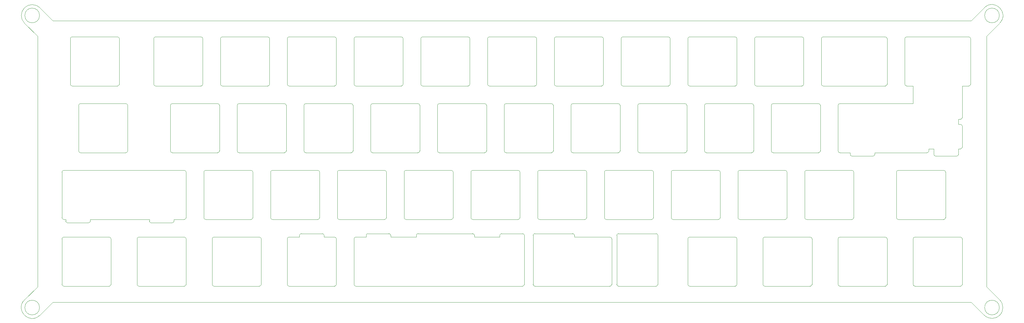
<source format=gbr>
%TF.GenerationSoftware,KiCad,Pcbnew,5.1.10-88a1d61d58~90~ubuntu20.04.1*%
%TF.CreationDate,2021-09-07T19:30:16-07:00*%
%TF.ProjectId,bkc40_plate,626b6334-305f-4706-9c61-74652e6b6963,rev?*%
%TF.SameCoordinates,Original*%
%TF.FileFunction,Profile,NP*%
%FSLAX46Y46*%
G04 Gerber Fmt 4.6, Leading zero omitted, Abs format (unit mm)*
G04 Created by KiCad (PCBNEW 5.1.10-88a1d61d58~90~ubuntu20.04.1) date 2021-09-07 19:30:16*
%MOMM*%
%LPD*%
G01*
G04 APERTURE LIST*
%TA.AperFunction,Profile*%
%ADD10C,0.050000*%
%TD*%
G04 APERTURE END LIST*
D10*
X-127943750Y-2524999D02*
X-110728125Y-2524999D01*
X-128443749Y-3025000D02*
G75*
G02*
X-127943750Y-2524999I500000J1D01*
G01*
X-128443750Y-16024999D02*
X-128443750Y-3024999D01*
X-127943749Y-16525000D02*
G75*
G02*
X-128443750Y-16024999I0J500001D01*
G01*
X-127356750Y-16524999D02*
X-127943750Y-16524999D01*
X-127356750Y-17025000D02*
X-127356750Y-16524999D01*
X-126856750Y-17525000D02*
G75*
G02*
X-127356750Y-17025000I0J500000D01*
G01*
X-120856750Y-17524999D02*
X-126856750Y-17525000D01*
X-120356750Y-17025001D02*
G75*
G02*
X-120856750Y-17524999I-499999J1D01*
G01*
X-120356750Y-16524999D02*
X-120356750Y-17025000D01*
X-103480750Y-16524999D02*
X-120356750Y-16524999D01*
X-103480750Y-17025000D02*
X-103480750Y-16524999D01*
X-102980750Y-17525000D02*
G75*
G02*
X-103480750Y-17025000I0J500000D01*
G01*
X-96980750Y-17525000D02*
X-102980750Y-17525000D01*
X-96480749Y-17024999D02*
G75*
G02*
X-96980750Y-17525000I-500001J0D01*
G01*
X-96480750Y-16524999D02*
X-96480750Y-17025000D01*
X-93512500Y-16524999D02*
X-96480750Y-16524999D01*
X-93012501Y-16025000D02*
G75*
G02*
X-93512500Y-16524999I-499999J0D01*
G01*
X-93012500Y-3024999D02*
X-93012500Y-16024999D01*
X-93512500Y-2524999D02*
G75*
G02*
X-93012500Y-3024999I0J-500000D01*
G01*
X-110728125Y-2524999D02*
X-93512500Y-2524999D01*
X64149999Y-35074998D02*
G75*
G02*
X63650000Y-35574999I-500000J-1D01*
G01*
X50650000Y-35574999D02*
X63650000Y-35574999D01*
X50650000Y-35574999D02*
G75*
G02*
X50150000Y-35074999I0J500000D01*
G01*
X50150000Y-22074999D02*
X50150000Y-35074999D01*
X50150000Y-22074998D02*
G75*
G02*
X50650000Y-21575000I499999J-1D01*
G01*
X63650000Y-21575000D02*
X50650000Y-21575000D01*
X63650000Y-21574999D02*
G75*
G02*
X64150000Y-22074999I0J-500000D01*
G01*
X64150000Y-35074999D02*
X64150000Y-22074999D01*
X41600000Y-35075000D02*
X41599999Y-21074999D01*
X41600000Y-35075000D02*
G75*
G02*
X41100000Y-35575000I-500000J0D01*
G01*
X30369250Y-35575000D02*
X41100000Y-35575000D01*
X30369251Y-35575000D02*
G75*
G02*
X29869249Y-35075000I-1J500001D01*
G01*
X29869249Y-21074999D02*
X29869249Y-35075000D01*
X29869249Y-21074999D02*
G75*
G02*
X30369250Y-20575000I500000J-1D01*
G01*
X41099999Y-20575000D02*
X30369250Y-20575000D01*
X41099998Y-20575000D02*
G75*
G02*
X41599999Y-21074999I1J-500000D01*
G01*
X-106512499Y-35574999D02*
X-93512499Y-35574999D01*
X-106512499Y-35574999D02*
G75*
G02*
X-107012499Y-35074999I0J500000D01*
G01*
X-107012499Y-22074999D02*
X-107012499Y-35074999D01*
X-107012499Y-22074999D02*
G75*
G02*
X-106512499Y-21574999I500000J0D01*
G01*
X-93512499Y-21574999D02*
X-106512499Y-21574999D01*
X-93512499Y-21574999D02*
G75*
G02*
X-93012499Y-22074999I0J-500000D01*
G01*
X-93012499Y-35074999D02*
X-93012499Y-22074999D01*
X-93012500Y-35074998D02*
G75*
G02*
X-93512499Y-35574999I-500000J-1D01*
G01*
X107012500Y-35074999D02*
X107012500Y-22074999D01*
X107012499Y-35074998D02*
G75*
G02*
X106512500Y-35574999I-500000J-1D01*
G01*
X93512500Y-35574999D02*
X106512500Y-35574999D01*
X93512500Y-35574999D02*
G75*
G02*
X93012500Y-35074999I0J500000D01*
G01*
X93012500Y-22074999D02*
X93012500Y-35074999D01*
X93012499Y-22074998D02*
G75*
G02*
X93512500Y-21574999I500000J-1D01*
G01*
X106512500Y-21574999D02*
X93512500Y-21574999D01*
X106512500Y-21574999D02*
G75*
G02*
X107012500Y-22074999I0J-500000D01*
G01*
X127356750Y12050000D02*
X127943750Y12049999D01*
X127356750Y10612000D02*
X127356750Y12050000D01*
X127943750Y10612000D02*
X127356750Y10612000D01*
X127943750Y10612000D02*
G75*
G02*
X128443750Y10112000I0J-500000D01*
G01*
X128443750Y4112000D02*
X128443750Y10112000D01*
X128443750Y4112001D02*
G75*
G02*
X127943750Y3611999I-500001J-1D01*
G01*
X127356750Y3612000D02*
X127943750Y3611999D01*
X127356750Y2024999D02*
X127356750Y3612000D01*
X127356749Y2025000D02*
G75*
G02*
X126856750Y1524999I-500000J-1D01*
G01*
X120856750Y1524999D02*
X126856750Y1524999D01*
X120856751Y1525000D02*
G75*
G02*
X120356750Y2024999I-1J500000D01*
G01*
X120356750Y3612000D02*
X120356750Y2024999D01*
X118918750Y3612000D02*
X120356750Y3612000D01*
X118918750Y3024999D02*
X118918750Y3612000D01*
X118918749Y3024999D02*
G75*
G02*
X118418750Y2525000I-499999J0D01*
G01*
X103480750Y2524999D02*
X118418750Y2525000D01*
X103480750Y2024999D02*
X103480750Y2524999D01*
X103480749Y2024999D02*
G75*
G02*
X102980750Y1525000I-499999J0D01*
G01*
X96980750Y1524999D02*
X102980750Y1525000D01*
X96980751Y1525000D02*
G75*
G02*
X96480750Y2024999I-1J500000D01*
G01*
X96480750Y2524999D02*
X96480750Y2024999D01*
X93512500Y2524999D02*
X96480750Y2524999D01*
X93512501Y2525000D02*
G75*
G02*
X93012500Y3024999I-1J500000D01*
G01*
X93012500Y16024999D02*
X93012500Y3024999D01*
X93012500Y16024999D02*
G75*
G02*
X93512500Y16524999I500000J0D01*
G01*
X114443750Y16524999D02*
X93512500Y16524999D01*
X114443750Y21575000D02*
X114443750Y16524999D01*
X112562500Y21575000D02*
X114443750Y21575000D01*
X112562500Y21575000D02*
G75*
G02*
X112062500Y22075000I0J500000D01*
G01*
X112062500Y35075000D02*
X112062500Y22075000D01*
X112062500Y35075000D02*
G75*
G02*
X112562500Y35575000I500000J0D01*
G01*
X130324999Y35575000D02*
X112562500Y35575000D01*
X130324999Y35575000D02*
G75*
G02*
X130824999Y35075000I0J-500000D01*
G01*
X130824999Y22075000D02*
X130824999Y35075000D01*
X130824999Y22074998D02*
G75*
G02*
X130324999Y21575000I-499999J1D01*
G01*
X128443750Y21575000D02*
X130324999Y21575000D01*
X128443750Y12550000D02*
X128443750Y21575000D01*
X128443749Y12550000D02*
G75*
G02*
X127943750Y12049999I-500000J-1D01*
G01*
X107012500Y22075000D02*
X107012500Y35075000D01*
X107012499Y22074999D02*
G75*
G02*
X106512500Y21575000I-499999J0D01*
G01*
X88750000Y21575000D02*
X106512500Y21575000D01*
X88750000Y21575000D02*
G75*
G02*
X88250000Y22075000I0J500000D01*
G01*
X88250000Y35075000D02*
X88250000Y22075000D01*
X88249999Y35075001D02*
G75*
G02*
X88750000Y35575000I500000J-1D01*
G01*
X106512500Y35575000D02*
X88750000Y35575000D01*
X106512500Y35575000D02*
G75*
G02*
X107012500Y35075000I0J-500000D01*
G01*
X27931250Y-21575000D02*
X17787499Y-21575000D01*
X27931250Y-21575000D02*
G75*
G02*
X28431250Y-22075000I0J-500000D01*
G01*
X28431250Y-35075000D02*
X28431250Y-22075000D01*
X28431250Y-35075000D02*
G75*
G02*
X27931250Y-35575000I-500000J0D01*
G01*
X6493250Y-35575000D02*
X27931250Y-35575000D01*
X6493251Y-35574999D02*
G75*
G02*
X5993250Y-35075000I-1J500000D01*
G01*
X5993250Y-21074999D02*
X5993250Y-35075000D01*
X5993251Y-21074999D02*
G75*
G02*
X6493250Y-20575000I499999J0D01*
G01*
X17287499Y-20575000D02*
X6493250Y-20575000D01*
X17287499Y-20574999D02*
G75*
G02*
X17787499Y-21074999I0J-500000D01*
G01*
X17787499Y-21575000D02*
X17787499Y-21074999D01*
X139130924Y-39496862D02*
X135400000Y-35765937D01*
X134746862Y43880924D02*
G75*
G02*
X139130924Y39496862I2192031J-2192031D01*
G01*
X134746862Y43880924D02*
X131015937Y40150000D01*
X-134746862Y-43880924D02*
X-131015937Y-40150000D01*
X135400000Y-35765937D02*
X135400000Y35765937D01*
X-131015937Y40150000D02*
X-134746862Y43880924D01*
X-134746862Y-43880924D02*
G75*
G02*
X-139130924Y-39496862I-2192031J2192031D01*
G01*
X139130924Y-39496862D02*
G75*
G02*
X134746862Y-43880924I-2192031J-2192031D01*
G01*
X-135400000Y-35765937D02*
X-139130924Y-39496862D01*
X-63649998Y-35574999D02*
G75*
G02*
X-64149999Y-35075000I-1J500000D01*
G01*
X-64149999Y-22075000D02*
X-64149999Y-35075000D01*
X-64150000Y-22074999D02*
G75*
G02*
X-63649999Y-21575000I500000J-1D01*
G01*
X-60649999Y-21575000D02*
X-63649999Y-21575000D01*
X-60649999Y-21074999D02*
X-60649999Y-21575000D01*
X-60649999Y-21074999D02*
G75*
G02*
X-60150000Y-20575000I499999J0D01*
G01*
X-54149999Y-20575000D02*
X-60150000Y-20575000D01*
X-54149999Y-20575000D02*
G75*
G02*
X-53650000Y-21074999I0J-499999D01*
G01*
X-53649999Y-21575000D02*
X-53650000Y-21074999D01*
X-50649999Y-21575000D02*
X-53649999Y-21575000D01*
X-50649998Y-21574999D02*
G75*
G02*
X-50149999Y-22075000I-1J-500000D01*
G01*
X-50150000Y-35075000D02*
X-50149999Y-22075000D01*
X-50149999Y-35075000D02*
G75*
G02*
X-50649999Y-35575000I-500000J0D01*
G01*
X-63649999Y-35575000D02*
X-50649999Y-35575000D01*
X-11255749Y-20575000D02*
X-26812500Y-20575000D01*
X-11255749Y-20574999D02*
G75*
G02*
X-10755749Y-21074999I0J-500000D01*
G01*
X-10755749Y-21575000D02*
X-10755749Y-21074999D01*
X-3500000Y-21575000D02*
X-10755749Y-21575000D01*
X-3500000Y-21074999D02*
X-3500000Y-21575000D01*
X-3499999Y-21074999D02*
G75*
G02*
X-3000000Y-20575000I499999J0D01*
G01*
X3000000Y-20575000D02*
X-3000000Y-20575000D01*
X3000000Y-20575000D02*
G75*
G02*
X3499999Y-21074999I0J-499999D01*
G01*
X3500000Y-35075000D02*
X3499999Y-21074999D01*
X3500000Y-35075000D02*
G75*
G02*
X3000000Y-35575000I-500000J0D01*
G01*
X-44599999Y-35575000D02*
X3000000Y-35575000D01*
X-44599999Y-35575000D02*
G75*
G02*
X-45099999Y-35075000I0J500000D01*
G01*
X-45099999Y-22075000D02*
X-45099999Y-35075000D01*
X-45099999Y-22075000D02*
G75*
G02*
X-44599999Y-21575000I500000J0D01*
G01*
X-41631749Y-21575000D02*
X-44599999Y-21575000D01*
X-41631749Y-21074999D02*
X-41631749Y-21575000D01*
X-41631749Y-21075001D02*
G75*
G02*
X-41131750Y-20575000I500000J1D01*
G01*
X-35131750Y-20575000D02*
X-41131750Y-20575000D01*
X-35131750Y-20574999D02*
G75*
G02*
X-34631750Y-21074999I0J-500000D01*
G01*
X-34631750Y-21575000D02*
X-34631750Y-21074999D01*
X-27312500Y-21575000D02*
X-34631750Y-21575000D01*
X-27312500Y-21074999D02*
X-27312500Y-21575000D01*
X-27312499Y-21074999D02*
G75*
G02*
X-26812500Y-20575000I499999J0D01*
G01*
X131015937Y-40150000D02*
X134746862Y-43880924D01*
X-139130924Y39496862D02*
G75*
G02*
X-134746862Y43880924I2192031J2192031D01*
G01*
X135400000Y35765937D02*
X139130924Y39496862D01*
X-131015937Y-40150000D02*
X131015937Y-40150000D01*
X131015937Y40150000D02*
X-131015937Y40150000D01*
X-135400000Y35765937D02*
X-135400000Y-35765937D01*
X-31600000Y35575000D02*
X-44599999Y35575000D01*
X-31600000Y35575000D02*
G75*
G02*
X-31100000Y35075000I0J-500000D01*
G01*
X-31099999Y22075000D02*
X-31100000Y35075000D01*
X-31099999Y22074999D02*
G75*
G02*
X-31600000Y21575000I-500000J1D01*
G01*
X-44599999Y21575000D02*
X-31600000Y21575000D01*
X-44599999Y21575000D02*
G75*
G02*
X-45099999Y22075000I0J500000D01*
G01*
X-45099999Y35075000D02*
X-45099999Y22075000D01*
X-45100000Y35075001D02*
G75*
G02*
X-44599999Y35575000I500000J-1D01*
G01*
X12550000Y21575000D02*
G75*
G02*
X12050000Y22075000I0J500000D01*
G01*
X25550000Y21575000D02*
X12550000Y21575000D01*
X26050000Y22075000D02*
G75*
G02*
X25550000Y21575000I-500000J0D01*
G01*
X26050000Y35075000D02*
X26050000Y22075000D01*
X25549999Y35575001D02*
G75*
G02*
X26050000Y35075000I0J-500001D01*
G01*
X12550000Y35575000D02*
X25550000Y35575000D01*
X12049999Y35075001D02*
G75*
G02*
X12550000Y35575000I500000J-1D01*
G01*
X12050000Y22075000D02*
X12050000Y35075000D01*
X-139130924Y39496862D02*
X-135400000Y35765937D01*
X-83200000Y22075000D02*
X-83199999Y35075000D01*
X-82699999Y21574999D02*
G75*
G02*
X-83200000Y22075000I0J500001D01*
G01*
X-69699999Y21575000D02*
X-82699999Y21575000D01*
X-69199999Y22075000D02*
G75*
G02*
X-69699999Y21575000I-500000J0D01*
G01*
X-69199999Y35075000D02*
X-69199999Y22075000D01*
X-69700000Y35575001D02*
G75*
G02*
X-69199999Y35075000I0J-500001D01*
G01*
X-82699999Y35575000D02*
X-69699999Y35575000D01*
X-83199999Y35075000D02*
G75*
G02*
X-82699999Y35575000I500000J0D01*
G01*
X64937500Y-16524999D02*
X77937500Y-16524999D01*
X64937500Y-16524999D02*
G75*
G02*
X64437500Y-16024999I0J500000D01*
G01*
X64437500Y-3024999D02*
X64437500Y-16024999D01*
X64437500Y-3024999D02*
G75*
G02*
X64937500Y-2524999I500000J0D01*
G01*
X77937500Y-2524999D02*
X64937500Y-2524999D01*
X77937500Y-2524999D02*
G75*
G02*
X78437500Y-3024999I0J-500000D01*
G01*
X78437500Y-16024999D02*
X78437500Y-3024999D01*
X78437500Y-16024999D02*
G75*
G02*
X77937500Y-16524999I-500000J0D01*
G01*
X-25550000Y21575000D02*
G75*
G02*
X-26050000Y22075000I0J500000D01*
G01*
X-26050000Y35075000D02*
X-26050000Y22075000D01*
X-26050000Y35075000D02*
G75*
G02*
X-25550000Y35575000I500000J0D01*
G01*
X-12550000Y35575000D02*
X-25550000Y35575000D01*
X-12550000Y35575000D02*
G75*
G02*
X-12050000Y35075000I0J-500000D01*
G01*
X-12050000Y22075000D02*
X-12050000Y35075000D01*
X-12050000Y22075000D02*
G75*
G02*
X-12550000Y21575000I-500000J0D01*
G01*
X-25550000Y21575000D02*
X-12550000Y21575000D01*
X20787499Y-2524998D02*
G75*
G02*
X21287500Y-3024999I0J-500001D01*
G01*
X21287500Y-16024999D02*
X21287500Y-3024999D01*
X21287500Y-16025000D02*
G75*
G02*
X20787499Y-16524999I-500000J1D01*
G01*
X7787499Y-16524999D02*
X20787499Y-16524999D01*
X7787499Y-16524999D02*
G75*
G02*
X7287499Y-16024999I0J500000D01*
G01*
X7287499Y-3024999D02*
X7287499Y-16024999D01*
X7287499Y-3024999D02*
G75*
G02*
X7787499Y-2524999I500000J0D01*
G01*
X20787499Y-2524999D02*
X7787499Y-2524999D01*
X6999999Y22075000D02*
X7000000Y35075000D01*
X7000000Y22074999D02*
G75*
G02*
X6499999Y21575000I-500000J1D01*
G01*
X-6499999Y21575000D02*
X6499999Y21575000D01*
X-6500000Y21575000D02*
G75*
G02*
X-7000000Y22075000I0J500000D01*
G01*
X-7000000Y35075000D02*
X-7000000Y22075000D01*
X-7000000Y35075000D02*
G75*
G02*
X-6500000Y35575000I500000J0D01*
G01*
X6499999Y35575000D02*
X-6500000Y35575000D01*
X6499999Y35575001D02*
G75*
G02*
X7000000Y35075000I0J-500001D01*
G01*
X-50150000Y22074999D02*
G75*
G02*
X-50649999Y21575000I-499999J0D01*
G01*
X-63649999Y21575000D02*
X-50649999Y21575000D01*
X-63649999Y21575000D02*
G75*
G02*
X-64149999Y22075000I0J500000D01*
G01*
X-64149999Y35075000D02*
X-64149999Y22075000D01*
X-64149999Y35075000D02*
G75*
G02*
X-63649999Y35575000I500000J0D01*
G01*
X-50649999Y35575000D02*
X-63649999Y35575000D01*
X-50650000Y35575000D02*
G75*
G02*
X-50150000Y35075000I0J-500000D01*
G01*
X-50150000Y22075000D02*
X-50150000Y35075000D01*
X-88749999Y35574999D02*
G75*
G02*
X-88250000Y35075000I0J-499999D01*
G01*
X-101750000Y35575000D02*
X-88750000Y35575000D01*
X-102250000Y35075000D02*
G75*
G02*
X-101750000Y35575000I500000J0D01*
G01*
X-102250000Y22075000D02*
X-102250000Y35075000D01*
X-101750001Y21574999D02*
G75*
G02*
X-102250000Y22075000I1J500000D01*
G01*
X-88750000Y21575000D02*
X-101750000Y21575000D01*
X-88250000Y22075000D02*
G75*
G02*
X-88750000Y21575000I-500000J0D01*
G01*
X-88250000Y35075000D02*
X-88250000Y22075000D01*
X59387500Y-3024999D02*
X59387500Y-16024999D01*
X58887500Y-2524999D02*
G75*
G02*
X59387500Y-3024999I0J-500000D01*
G01*
X45887500Y-2524999D02*
X58887500Y-2524999D01*
X45387499Y-3024998D02*
G75*
G02*
X45887500Y-2524999I500000J-1D01*
G01*
X45387500Y-16024999D02*
X45387500Y-3024999D01*
X45887500Y-16524999D02*
G75*
G02*
X45387500Y-16024999I0J500000D01*
G01*
X58887500Y-16524999D02*
X45887499Y-16524999D01*
X59387500Y-16024999D02*
G75*
G02*
X58887500Y-16524999I-500000J0D01*
G01*
X97487500Y-16024999D02*
X97487500Y-3024999D01*
X97487500Y-16024999D02*
G75*
G02*
X96987500Y-16524999I-500000J0D01*
G01*
X83987500Y-16524999D02*
X96987500Y-16524999D01*
X83987500Y-16524999D02*
G75*
G02*
X83487500Y-16024999I0J500000D01*
G01*
X83487500Y-3024999D02*
X83487500Y-16024999D01*
X83487500Y-3024999D02*
G75*
G02*
X83987500Y-2524999I500000J0D01*
G01*
X96987500Y-2524999D02*
X83987500Y-2524999D01*
X96987500Y-2524999D02*
G75*
G02*
X97487500Y-3024999I0J-500000D01*
G01*
X39837500Y-16524999D02*
X26837500Y-16524999D01*
X40337500Y-16024999D02*
G75*
G02*
X39837500Y-16524999I-500000J0D01*
G01*
X40337500Y-3024999D02*
X40337500Y-16024999D01*
X39837500Y-2524999D02*
G75*
G02*
X40337500Y-3024999I0J-500000D01*
G01*
X26837500Y-2524999D02*
X39837500Y-2524999D01*
X26337500Y-3024999D02*
G75*
G02*
X26837500Y-2524999I500000J0D01*
G01*
X26337500Y-16024999D02*
X26337500Y-3024999D01*
X26837500Y-16524999D02*
G75*
G02*
X26337500Y-16024999I0J500000D01*
G01*
X-114443750Y-35074999D02*
G75*
G02*
X-114943750Y-35574999I-500000J0D01*
G01*
X-127943750Y-35575000D02*
X-114943750Y-35574999D01*
X-127943750Y-35575001D02*
G75*
G02*
X-128443750Y-35074999I1J500001D01*
G01*
X-128443750Y-22074999D02*
X-128443750Y-35074999D01*
X-128443749Y-22075000D02*
G75*
G02*
X-127943750Y-21574999I500000J1D01*
G01*
X-114943750Y-21574999D02*
X-127943750Y-21574999D01*
X-114943750Y-21574999D02*
G75*
G02*
X-114443750Y-22074999I0J-500000D01*
G01*
X-114443750Y-35074999D02*
X-114443750Y-22074999D01*
X-49862499Y-3025000D02*
G75*
G02*
X-49362500Y-2524999I500000J1D01*
G01*
X-49862500Y-16024999D02*
X-49862500Y-3024999D01*
X-49362500Y-16524999D02*
G75*
G02*
X-49862500Y-16024999I0J500000D01*
G01*
X-36362500Y-16524999D02*
X-49362500Y-16524999D01*
X-35862500Y-16024999D02*
G75*
G02*
X-36362500Y-16524999I-500000J0D01*
G01*
X-35862500Y-3024999D02*
X-35862500Y-16024999D01*
X-36362499Y-2525000D02*
G75*
G02*
X-35862500Y-3024999I0J-499999D01*
G01*
X-49362500Y-2524999D02*
X-36362500Y-2524999D01*
X1737500Y-16524999D02*
X-11262499Y-16524999D01*
X2237500Y-16024999D02*
G75*
G02*
X1737500Y-16524999I-500000J0D01*
G01*
X2237500Y-3024999D02*
X2237500Y-16024999D01*
X1737500Y-2524999D02*
G75*
G02*
X2237500Y-3024999I0J-500000D01*
G01*
X-11262499Y-2524999D02*
X1737500Y-2524999D01*
X-11762500Y-3024998D02*
G75*
G02*
X-11262499Y-2524999I500000J-1D01*
G01*
X-11762499Y-16024999D02*
X-11762499Y-3024999D01*
X-11262499Y-16524999D02*
G75*
G02*
X-11762499Y-16024999I0J500000D01*
G01*
X-30812500Y-3024999D02*
G75*
G02*
X-30312500Y-2524999I500000J0D01*
G01*
X-17312500Y-2524999D02*
X-30312500Y-2524999D01*
X-17312500Y-2524999D02*
G75*
G02*
X-16812500Y-3024999I0J-500000D01*
G01*
X-16812500Y-16024999D02*
X-16812500Y-3024999D01*
X-16812500Y-16024999D02*
G75*
G02*
X-17312500Y-16524999I-500000J0D01*
G01*
X-30312500Y-16524999D02*
X-17312500Y-16524999D01*
X-30312500Y-16524999D02*
G75*
G02*
X-30812500Y-16024999I0J500000D01*
G01*
X-30812500Y-3024999D02*
X-30812500Y-16024999D01*
X87962500Y3025000D02*
X87962500Y16025000D01*
X87962499Y3025001D02*
G75*
G02*
X87462500Y2525000I-500000J-1D01*
G01*
X74462500Y2525000D02*
X87462500Y2525000D01*
X74462500Y2525000D02*
G75*
G02*
X73962500Y3025000I0J500000D01*
G01*
X73962500Y16025000D02*
X73962500Y3025000D01*
X73962499Y16025001D02*
G75*
G02*
X74462500Y16525000I500000J-1D01*
G01*
X87462500Y16525000D02*
X74462500Y16525000D01*
X87462499Y16525001D02*
G75*
G02*
X87962500Y16025000I0J-500001D01*
G01*
X-72081251Y-21575000D02*
G75*
G02*
X-71581250Y-22074999I1J-500000D01*
G01*
X-71581250Y-35074999D02*
X-71581250Y-22074999D01*
X-71581250Y-35074998D02*
G75*
G02*
X-72081249Y-35574999I-500000J-1D01*
G01*
X-85081249Y-35574999D02*
X-72081249Y-35574999D01*
X-85081250Y-35574999D02*
G75*
G02*
X-85581250Y-35074999I0J500000D01*
G01*
X-85581249Y-22074999D02*
X-85581250Y-35074999D01*
X-85581249Y-22075000D02*
G75*
G02*
X-85081249Y-21575000I500000J0D01*
G01*
X-72081249Y-21574999D02*
X-85081249Y-21575000D01*
X123181249Y-2524998D02*
G75*
G02*
X123681250Y-3024999I0J-500001D01*
G01*
X123681250Y-16024999D02*
X123681250Y-3024999D01*
X123681249Y-16024998D02*
G75*
G02*
X123181250Y-16524999I-500000J-1D01*
G01*
X110181250Y-16524999D02*
X123181250Y-16524999D01*
X110181249Y-16524998D02*
G75*
G02*
X109681250Y-16024999I0J499999D01*
G01*
X109681250Y-3024999D02*
X109681250Y-16024999D01*
X109681249Y-3024998D02*
G75*
G02*
X110181250Y-2524999I500000J-1D01*
G01*
X123181250Y-2524999D02*
X110181250Y-2524999D01*
X44599999Y35575000D02*
G75*
G02*
X45099999Y35075000I0J-500000D01*
G01*
X45099999Y22075000D02*
X45099999Y35075000D01*
X45099999Y22075000D02*
G75*
G02*
X44599999Y21575000I-500000J0D01*
G01*
X31600000Y21575000D02*
X44599999Y21575000D01*
X31600000Y21575000D02*
G75*
G02*
X31100000Y22075000I0J500000D01*
G01*
X31099999Y35075000D02*
X31100000Y22075000D01*
X31100000Y35075000D02*
G75*
G02*
X31600000Y35575000I500000J0D01*
G01*
X44599999Y35575000D02*
X31600000Y35575000D01*
X16812500Y16025000D02*
G75*
G02*
X17312500Y16525000I500000J0D01*
G01*
X30312500Y16524999D02*
X17312500Y16525000D01*
X30312499Y16524999D02*
G75*
G02*
X30812500Y16025000I1J-500000D01*
G01*
X30812500Y3025000D02*
X30812500Y16025000D01*
X30812500Y3025000D02*
G75*
G02*
X30312500Y2525000I-500000J0D01*
G01*
X17312500Y2525000D02*
X30312500Y2525000D01*
X17312500Y2525000D02*
G75*
G02*
X16812500Y3025000I0J500000D01*
G01*
X16812500Y16025000D02*
X16812500Y3025000D01*
X69700000Y21575000D02*
G75*
G02*
X69200000Y22075000I0J500000D01*
G01*
X69200000Y35075000D02*
X69200000Y22075000D01*
X69200000Y35075000D02*
G75*
G02*
X69700000Y35575000I500000J0D01*
G01*
X82700000Y35575000D02*
X69700000Y35575000D01*
X82699999Y35575001D02*
G75*
G02*
X83200000Y35075000I0J-500001D01*
G01*
X83200000Y22075000D02*
X83200000Y35075000D01*
X83199999Y22075001D02*
G75*
G02*
X82700000Y21575000I-500000J-1D01*
G01*
X69700000Y21575000D02*
X82700000Y21575000D01*
X-64937499Y16525000D02*
G75*
G02*
X-64437500Y16024999I-1J-500000D01*
G01*
X-77937500Y16524999D02*
X-64937500Y16525000D01*
X-78437499Y16024998D02*
G75*
G02*
X-77937500Y16524999I500000J1D01*
G01*
X-78437500Y3025000D02*
X-78437500Y16024999D01*
X-77937500Y2525000D02*
G75*
G02*
X-78437500Y3025000I0J500000D01*
G01*
X-64937500Y2525000D02*
X-77937500Y2525000D01*
X-64437500Y3024998D02*
G75*
G02*
X-64937500Y2525000I-499999J1D01*
G01*
X-64437500Y16024999D02*
X-64437500Y3025000D01*
X-97487500Y16024999D02*
X-97487500Y3025000D01*
X-97487500Y16024999D02*
G75*
G02*
X-96987500Y16524999I500000J0D01*
G01*
X-83987499Y16524999D02*
X-96987500Y16524999D01*
X-83987500Y16524999D02*
G75*
G02*
X-83487500Y16024999I0J-500000D01*
G01*
X-83487500Y3025000D02*
X-83487500Y16024999D01*
X-83487501Y3025000D02*
G75*
G02*
X-83987499Y2525000I-499999J-1D01*
G01*
X-96987500Y2525000D02*
X-83987499Y2525000D01*
X-96987500Y2525000D02*
G75*
G02*
X-97487500Y3025000I0J500000D01*
G01*
X-20787499Y2524999D02*
G75*
G02*
X-21287500Y3025000I0J500001D01*
G01*
X-7787499Y2525000D02*
X-20787499Y2525000D01*
X-7287499Y3025000D02*
G75*
G02*
X-7787499Y2525000I-500000J0D01*
G01*
X-7287499Y16025000D02*
X-7287499Y3025000D01*
X-7787499Y16525000D02*
G75*
G02*
X-7287499Y16025000I0J-500000D01*
G01*
X-20787499Y16525000D02*
X-7787499Y16525000D01*
X-21287500Y16025001D02*
G75*
G02*
X-20787499Y16525000I500000J-1D01*
G01*
X-21287500Y3025000D02*
X-21287500Y16025000D01*
X-26837499Y16525000D02*
G75*
G02*
X-26337499Y16025000I0J-500000D01*
G01*
X-39837499Y16524999D02*
X-26837499Y16525000D01*
X-40337499Y16025001D02*
G75*
G02*
X-39837499Y16524999I499999J-1D01*
G01*
X-40337499Y3025000D02*
X-40337499Y16024999D01*
X-39837500Y2525001D02*
G75*
G02*
X-40337499Y3025000I0J499999D01*
G01*
X-26837500Y2525000D02*
X-39837499Y2525000D01*
X-26337500Y3025000D02*
G75*
G02*
X-26837500Y2525000I-500000J0D01*
G01*
X-26337499Y16025000D02*
X-26337500Y3025000D01*
X68412500Y2525000D02*
X55412499Y2525000D01*
X68912499Y3025001D02*
G75*
G02*
X68412500Y2525000I-500000J-1D01*
G01*
X68912500Y16025000D02*
X68912500Y3025000D01*
X68412500Y16525000D02*
G75*
G02*
X68912500Y16025000I0J-500000D01*
G01*
X55412499Y16525000D02*
X68412500Y16525000D01*
X54912499Y16025000D02*
G75*
G02*
X55412499Y16525000I500000J0D01*
G01*
X54912500Y3025000D02*
X54912500Y16025000D01*
X55412500Y2525000D02*
G75*
G02*
X54912500Y3025000I0J500000D01*
G01*
X-125562500Y35575000D02*
X-112562500Y35575000D01*
X-126062500Y35074998D02*
G75*
G02*
X-125562500Y35575000I500001J1D01*
G01*
X-126062500Y22075000D02*
X-126062500Y35075000D01*
X-125562499Y21574999D02*
G75*
G02*
X-126062500Y22075000I0J500001D01*
G01*
X-112562500Y21575000D02*
X-125562500Y21575000D01*
X-112062499Y22074999D02*
G75*
G02*
X-112562500Y21575000I-500000J1D01*
G01*
X-112062500Y35075000D02*
X-112062500Y22075000D01*
X-112562499Y35574999D02*
G75*
G02*
X-112062500Y35075000I0J-499999D01*
G01*
X-59387499Y3025000D02*
X-59387499Y16024999D01*
X-58887499Y2525000D02*
G75*
G02*
X-59387499Y3025000I0J500000D01*
G01*
X-45887499Y2525000D02*
X-58887499Y2525000D01*
X-45387499Y3025000D02*
G75*
G02*
X-45887499Y2525000I-500000J0D01*
G01*
X-45387500Y16024999D02*
X-45387500Y3025000D01*
X-45887499Y16525000D02*
G75*
G02*
X-45387500Y16024999I-1J-500000D01*
G01*
X-58887499Y16524999D02*
X-45887499Y16525000D01*
X-59387499Y16024999D02*
G75*
G02*
X-58887499Y16524999I500000J0D01*
G01*
X139038893Y-41688893D02*
G75*
G03*
X139038893Y-41688893I-2100000J0D01*
G01*
X85581250Y-35074999D02*
X85581250Y-22074999D01*
X85581250Y-35074999D02*
G75*
G02*
X85081250Y-35574999I-500000J0D01*
G01*
X72081250Y-35574999D02*
X85081250Y-35574999D01*
X72081250Y-35574999D02*
G75*
G02*
X71581250Y-35074999I0J500000D01*
G01*
X71581250Y-22074999D02*
X71581250Y-35074999D01*
X71581249Y-22074998D02*
G75*
G02*
X72081250Y-21574999I500000J-1D01*
G01*
X85081250Y-21574999D02*
X72081250Y-21574999D01*
X85081250Y-21574999D02*
G75*
G02*
X85581250Y-22074999I0J-500000D01*
G01*
X139038893Y41688893D02*
G75*
G03*
X139038893Y41688893I-2100000J0D01*
G01*
X36362500Y2525000D02*
G75*
G02*
X35862500Y3025000I0J500000D01*
G01*
X49362500Y2525000D02*
X36362500Y2525000D01*
X49862500Y3025000D02*
G75*
G02*
X49362500Y2525000I-500000J0D01*
G01*
X49862500Y16025000D02*
X49862500Y3025000D01*
X49362500Y16525000D02*
G75*
G02*
X49862500Y16025000I0J-500000D01*
G01*
X36362500Y16525000D02*
X49362500Y16525000D01*
X35862500Y16025000D02*
G75*
G02*
X36362500Y16525000I500000J0D01*
G01*
X35862500Y3025000D02*
X35862500Y16025000D01*
X-134838893Y41688893D02*
G75*
G03*
X-134838893Y41688893I-2100000J0D01*
G01*
X11262500Y2525000D02*
X-1737499Y2525000D01*
X11762500Y3025000D02*
G75*
G02*
X11262500Y2525000I-500000J0D01*
G01*
X11762500Y16025000D02*
X11762500Y3025000D01*
X11262500Y16525000D02*
G75*
G02*
X11762500Y16025000I0J-500000D01*
G01*
X-1737499Y16525000D02*
X11262500Y16525000D01*
X-2237499Y16025000D02*
G75*
G02*
X-1737499Y16525000I500000J0D01*
G01*
X-2237499Y3025000D02*
X-2237499Y16025000D01*
X-1737499Y2525000D02*
G75*
G02*
X-2237499Y3025000I0J500000D01*
G01*
X-73962499Y-16024999D02*
G75*
G02*
X-74462499Y-16524999I-500000J0D01*
G01*
X-73962499Y-3024999D02*
X-73962499Y-16024999D01*
X-74462499Y-2524999D02*
G75*
G02*
X-73962499Y-3024999I0J-500000D01*
G01*
X-87462499Y-2524999D02*
X-74462499Y-2524999D01*
X-87962499Y-3024999D02*
G75*
G02*
X-87462499Y-2524999I500000J0D01*
G01*
X-87962499Y-16024999D02*
X-87962499Y-3024999D01*
X-87462499Y-16524999D02*
G75*
G02*
X-87962499Y-16024999I0J500000D01*
G01*
X-74462499Y-16524999D02*
X-87462499Y-16524999D01*
X50650000Y35575000D02*
X63650000Y35575000D01*
X50149999Y35075001D02*
G75*
G02*
X50650000Y35575000I500000J-1D01*
G01*
X50150000Y22075000D02*
X50150000Y35075000D01*
X50650000Y21575000D02*
G75*
G02*
X50150000Y22075000I0J500000D01*
G01*
X63650000Y21575000D02*
X50650000Y21575000D01*
X64150000Y22075000D02*
G75*
G02*
X63650000Y21575000I-500000J0D01*
G01*
X64150000Y35075000D02*
X64150000Y22075000D01*
X63649999Y35575001D02*
G75*
G02*
X64150000Y35075000I0J-500001D01*
G01*
X-54912500Y-3024999D02*
X-54912500Y-16024999D01*
X-55412499Y-2525000D02*
G75*
G02*
X-54912500Y-3024999I0J-499999D01*
G01*
X-68412500Y-2524999D02*
X-55412499Y-2524999D01*
X-68912499Y-3025000D02*
G75*
G02*
X-68412500Y-2524999I500000J1D01*
G01*
X-68912500Y-16024999D02*
X-68912500Y-3024999D01*
X-68412500Y-16524999D02*
G75*
G02*
X-68912500Y-16024999I0J500000D01*
G01*
X-55412499Y-16524999D02*
X-68412500Y-16524999D01*
X-54912500Y-16025000D02*
G75*
G02*
X-55412499Y-16524999I-499999J0D01*
G01*
X-123181250Y16524999D02*
X-110181250Y16524999D01*
X-123681249Y16024998D02*
G75*
G02*
X-123181250Y16524999I500000J1D01*
G01*
X-123681250Y3025000D02*
X-123681250Y16024999D01*
X-123181251Y2524999D02*
G75*
G02*
X-123681250Y3025000I1J500000D01*
G01*
X-110181250Y2525000D02*
X-123181250Y2525000D01*
X-109681250Y3024998D02*
G75*
G02*
X-110181250Y2525000I-499999J1D01*
G01*
X-109681250Y16024999D02*
X-109681250Y3025000D01*
X-110181248Y16524999D02*
G75*
G02*
X-109681250Y16024999I-1J-499999D01*
G01*
X-134838893Y-41688893D02*
G75*
G03*
X-134838893Y-41688893I-2100000J0D01*
G01*
X114943750Y-35574999D02*
G75*
G02*
X114443750Y-35074999I0J500000D01*
G01*
X127943750Y-35574999D02*
X114943750Y-35574999D01*
X128443748Y-35074999D02*
G75*
G02*
X127943750Y-35574999I-499999J-1D01*
G01*
X128443750Y-22074999D02*
X128443749Y-35074999D01*
X127943749Y-21574998D02*
G75*
G02*
X128443750Y-22074999I0J-500001D01*
G01*
X114943750Y-21574999D02*
X127943750Y-21574999D01*
X114443749Y-22074998D02*
G75*
G02*
X114943750Y-21574999I500000J-1D01*
G01*
X114443750Y-35074999D02*
X114443750Y-22074999D01*
M02*

</source>
